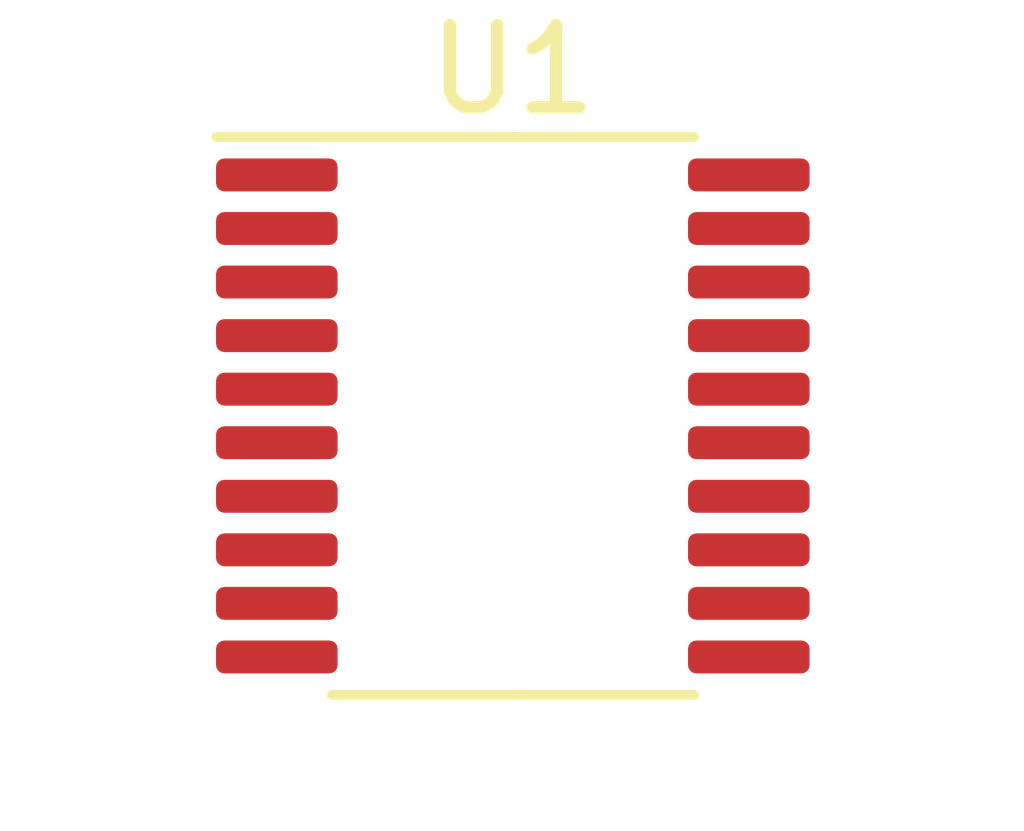
<source format=kicad_pcb>
(kicad_pcb (version 20221018) (generator pcbnew)
  (layers (0 "F.Cu" signal) (31 "B.Cu" signal) (34 "B.Paste" user) (35 "F.Paste" user) (36 "B.SilkS" user "B.Silkscreen") (37 "F.SilkS" user "F.Silkscreen") (38 "B.Mask" user) (39 "F.Mask" user) (44 "Edge.Cuts" user))
  (net 0 "")
  (net 1 "/BOOT")
  (net 2 "/OSC_32_in")
  (net 3 "/OSC_32_out")
  (net 4 "/~{RST}")
  (net 5 "+3.3V")
  (net 15 "GND")
  (net 18 "/SWDIO")
  (net 19 "/SWDCLK")
  (footprint "Package_SO:TSSOP-20_4.4x6.5mm_P0.65mm" (layer "F.Cu") (at 141.6975 88.685)
    (fp_text reference "U1" (at 0 -4.2) (layer "F.SilkS"))
    (fp_text value "STM32L031F6P7")
    (fp_line (start 0 -3.385) (end -3.6 -3.385) (stroke (width 0.12)) (layer "F.SilkS"))
    (fp_line (start 0 -3.385) (end 2.2 -3.385) (stroke (width 0.12)) (layer "F.SilkS"))
    (fp_line (start 0 3.385) (end -2.2 3.385) (stroke (width 0.12)) (layer "F.SilkS"))
    (fp_line (start 0 3.385) (end 2.2 3.385) (stroke (width 0.12)) (layer "F.SilkS"))
    (pad "1" smd roundrect (at -2.8625 -2.925) (size 1.475 0.4) (layers "F.Cu" "F.Paste" "F.Mask") (net 1 "/BOOT"))
    (pad "2" smd roundrect (at -2.8625 -2.275) (size 1.475 0.4) (layers "F.Cu" "F.Paste" "F.Mask") (net 2 "/OSC_32_in"))
    (pad "3" smd roundrect (at -2.8625 -1.625) (size 1.475 0.4) (layers "F.Cu" "F.Paste" "F.Mask") (net 3 "/OSC_32_out"))
    (pad "4" smd roundrect (at -2.8625 -0.975) (size 1.475 0.4) (layers "F.Cu" "F.Paste" "F.Mask") (net 4 "/~{RST}"))
    (pad "5" smd roundrect (at -2.8625 -0.325) (size 1.475 0.4) (layers "F.Cu" "F.Paste" "F.Mask") (net 5 "+3.3V"))
    (pad "6" smd roundrect (at -2.8625 0.325) (size 1.475 0.4) (layers "F.Cu" "F.Paste" "F.Mask"))
    (pad "7" smd roundrect (at -2.8625 0.975) (size 1.475 0.4) (layers "F.Cu" "F.Paste" "F.Mask"))
    (pad "8" smd roundrect (at -2.8625 1.625) (size 1.475 0.4) (layers "F.Cu" "F.Paste" "F.Mask"))
    (pad "9" smd roundrect (at -2.8625 2.275) (size 1.475 0.4) (layers "F.Cu" "F.Paste" "F.Mask"))
    (pad "10" smd roundrect (at -2.8625 2.925) (size 1.475 0.4) (layers "F.Cu" "F.Paste" "F.Mask"))
    (pad "11" smd roundrect (at 2.8625 2.925) (size 1.475 0.4) (layers "F.Cu" "F.Paste" "F.Mask"))
    (pad "12" smd roundrect (at 2.8625 2.275) (size 1.475 0.4) (layers "F.Cu" "F.Paste" "F.Mask"))
    (pad "13" smd roundrect (at 2.8625 1.625) (size 1.475 0.4) (layers "F.Cu" "F.Paste" "F.Mask"))
    (pad "14" smd roundrect (at 2.8625 0.975) (size 1.475 0.4) (layers "F.Cu" "F.Paste" "F.Mask"))
    (pad "15" smd roundrect (at 2.8625 0.325) (size 1.475 0.4) (layers "F.Cu" "F.Paste" "F.Mask") (net 15 "GND"))
    (pad "16" smd roundrect (at 2.8625 -0.325) (size 1.475 0.4) (layers "F.Cu" "F.Paste" "F.Mask") (net 5 "+3.3V"))
    (pad "17" smd roundrect (at 2.8625 -0.975) (size 1.475 0.4) (layers "F.Cu" "F.Paste" "F.Mask"))
    (pad "18" smd roundrect (at 2.8625 -1.625) (size 1.475 0.4) (layers "F.Cu" "F.Paste" "F.Mask"))
    (pad "19" smd roundrect (at 2.8625 -2.275) (size 1.475 0.4) (layers "F.Cu" "F.Paste" "F.Mask") (net 18 "/SWDIO"))
    (pad "20" smd roundrect (at 2.8625 -2.925) (size 1.475 0.4) (layers "F.Cu" "F.Paste" "F.Mask") (net 19 "/SWDCLK"))
  )
)
</source>
